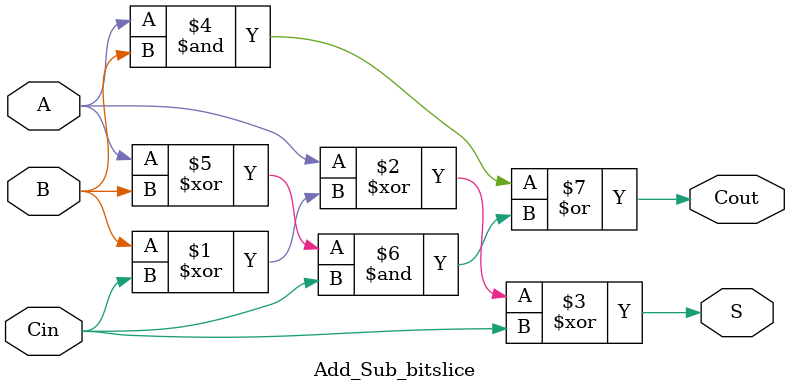
<source format=v>
`timescale 1ns / 1ps


module Add_Sub_bitslice(
    input A,
    input B,
    input Cin,
    output S,
    output Cout
);

assign S = A ^ (B ^ Cin) ^ Cin;
assign Cout = (A & B) | ((A ^ B) & Cin);

endmodule

</source>
